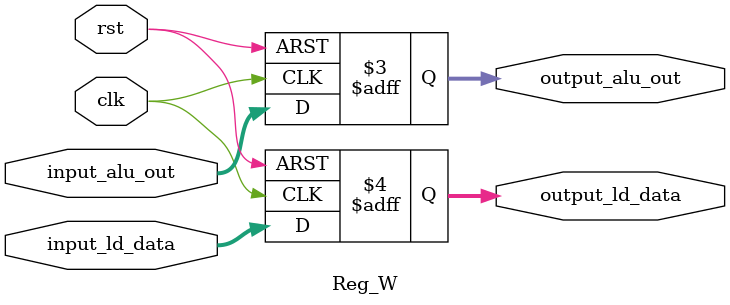
<source format=v>
module Reg_W(
	input clk,
	input rst,
	input [31:0] input_alu_out,
	input [31:0] input_ld_data,
	output reg [31:0] output_alu_out,
	output reg [31:0] output_ld_data
);

always @(posedge clk or posedge rst)
begin
	if(rst)
		output_ld_data <= 32'd0;
	else
		output_ld_data <= input_ld_data;
end

always @(posedge clk or posedge rst)
begin
	if(rst)
		output_alu_out <= 32'd0;
	else
		output_alu_out <= input_alu_out;
end

endmodule

</source>
